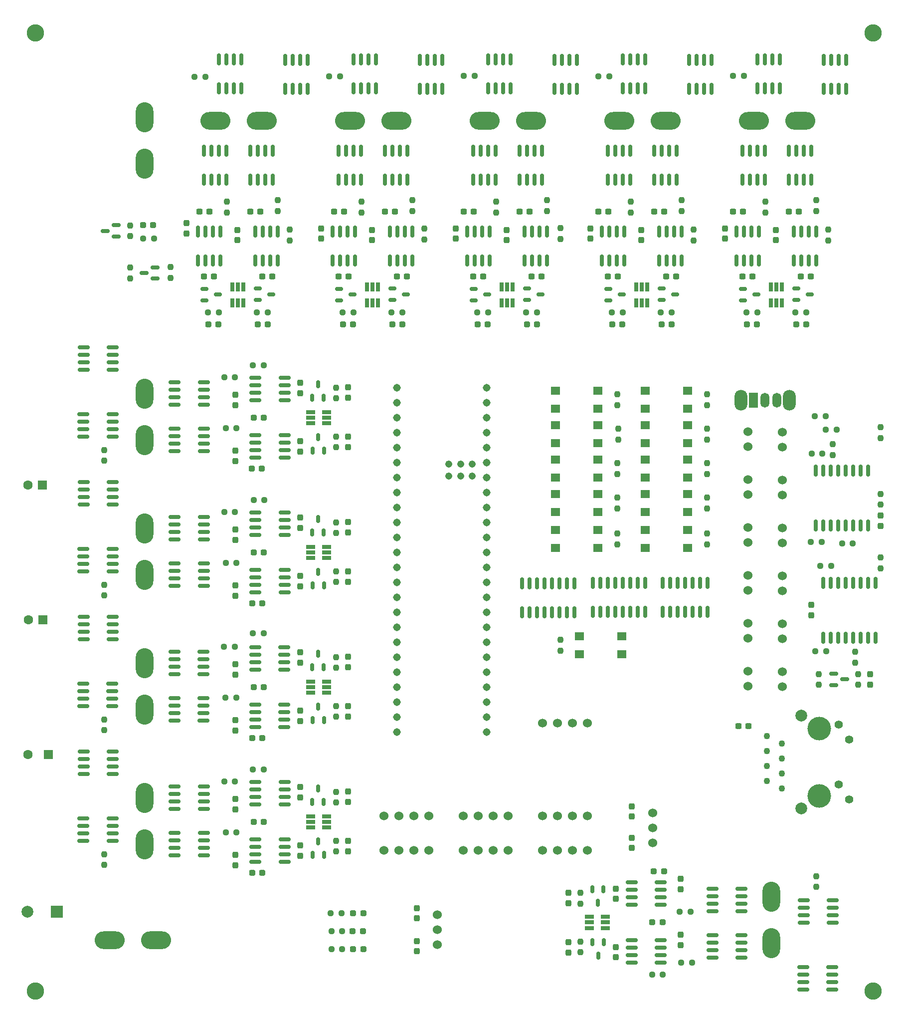
<source format=gts>
G04 #@! TF.GenerationSoftware,KiCad,Pcbnew,7.0.7*
G04 #@! TF.CreationDate,2024-04-12T20:37:08-05:00*
G04 #@! TF.ProjectId,Armboard_Hardware,41726d62-6f61-4726-945f-486172647761,rev?*
G04 #@! TF.SameCoordinates,Original*
G04 #@! TF.FileFunction,Soldermask,Top*
G04 #@! TF.FilePolarity,Negative*
%FSLAX46Y46*%
G04 Gerber Fmt 4.6, Leading zero omitted, Abs format (unit mm)*
G04 Created by KiCad (PCBNEW 7.0.7) date 2024-04-12 20:37:08*
%MOMM*%
%LPD*%
G01*
G04 APERTURE LIST*
G04 Aperture macros list*
%AMRoundRect*
0 Rectangle with rounded corners*
0 $1 Rounding radius*
0 $2 $3 $4 $5 $6 $7 $8 $9 X,Y pos of 4 corners*
0 Add a 4 corners polygon primitive as box body*
4,1,4,$2,$3,$4,$5,$6,$7,$8,$9,$2,$3,0*
0 Add four circle primitives for the rounded corners*
1,1,$1+$1,$2,$3*
1,1,$1+$1,$4,$5*
1,1,$1+$1,$6,$7*
1,1,$1+$1,$8,$9*
0 Add four rect primitives between the rounded corners*
20,1,$1+$1,$2,$3,$4,$5,0*
20,1,$1+$1,$4,$5,$6,$7,0*
20,1,$1+$1,$6,$7,$8,$9,0*
20,1,$1+$1,$8,$9,$2,$3,0*%
G04 Aperture macros list end*
%ADD10C,1.524000*%
%ADD11RoundRect,0.150000X0.825000X0.150000X-0.825000X0.150000X-0.825000X-0.150000X0.825000X-0.150000X0*%
%ADD12RoundRect,0.150000X-0.512500X-0.150000X0.512500X-0.150000X0.512500X0.150000X-0.512500X0.150000X0*%
%ADD13RoundRect,0.150000X0.150000X-0.825000X0.150000X0.825000X-0.150000X0.825000X-0.150000X-0.825000X0*%
%ADD14RoundRect,0.237500X0.237500X-0.287500X0.237500X0.287500X-0.237500X0.287500X-0.237500X-0.287500X0*%
%ADD15RoundRect,0.237500X-0.250000X-0.237500X0.250000X-0.237500X0.250000X0.237500X-0.250000X0.237500X0*%
%ADD16RoundRect,0.237500X-0.287500X-0.237500X0.287500X-0.237500X0.287500X0.237500X-0.287500X0.237500X0*%
%ADD17RoundRect,0.237500X-0.300000X-0.237500X0.300000X-0.237500X0.300000X0.237500X-0.300000X0.237500X0*%
%ADD18RoundRect,0.237500X0.237500X-0.250000X0.237500X0.250000X-0.237500X0.250000X-0.237500X-0.250000X0*%
%ADD19RoundRect,0.237500X0.250000X0.237500X-0.250000X0.237500X-0.250000X-0.237500X0.250000X-0.237500X0*%
%ADD20R,0.650000X1.560000*%
%ADD21RoundRect,0.237500X0.287500X0.237500X-0.287500X0.237500X-0.287500X-0.237500X0.287500X-0.237500X0*%
%ADD22RoundRect,0.150000X0.150000X-0.875000X0.150000X0.875000X-0.150000X0.875000X-0.150000X-0.875000X0*%
%ADD23RoundRect,0.237500X0.237500X-0.300000X0.237500X0.300000X-0.237500X0.300000X-0.237500X-0.300000X0*%
%ADD24RoundRect,0.237500X-0.237500X0.250000X-0.237500X-0.250000X0.237500X-0.250000X0.237500X0.250000X0*%
%ADD25RoundRect,0.237500X-0.237500X0.300000X-0.237500X-0.300000X0.237500X-0.300000X0.237500X0.300000X0*%
%ADD26C,2.946400*%
%ADD27R,1.560000X0.650000*%
%ADD28RoundRect,0.150000X0.150000X-0.512500X0.150000X0.512500X-0.150000X0.512500X-0.150000X-0.512500X0*%
%ADD29R,1.600000X1.400000*%
%ADD30RoundRect,0.237500X-0.237500X0.287500X-0.237500X-0.287500X0.237500X-0.287500X0.237500X0.287500X0*%
%ADD31RoundRect,0.150000X-0.150000X0.512500X-0.150000X-0.512500X0.150000X-0.512500X0.150000X0.512500X0*%
%ADD32R,1.600000X1.600000*%
%ADD33C,1.600000*%
%ADD34RoundRect,0.150000X-0.825000X-0.150000X0.825000X-0.150000X0.825000X0.150000X-0.825000X0.150000X0*%
%ADD35C,1.100000*%
%ADD36C,1.400000*%
%ADD37C,4.000000*%
%ADD38C,2.000000*%
%ADD39RoundRect,0.150000X-0.150000X0.875000X-0.150000X-0.875000X0.150000X-0.875000X0.150000X0.875000X0*%
%ADD40RoundRect,0.150000X0.587500X0.150000X-0.587500X0.150000X-0.587500X-0.150000X0.587500X-0.150000X0*%
%ADD41R,2.000000X2.000000*%
%ADD42C,1.308000*%
%ADD43C,1.208000*%
%ADD44RoundRect,0.237500X0.300000X0.237500X-0.300000X0.237500X-0.300000X-0.237500X0.300000X-0.237500X0*%
%ADD45O,2.200000X3.500000*%
%ADD46R,1.500000X2.500000*%
%ADD47O,1.500000X2.500000*%
%ADD48RoundRect,0.150000X-0.587500X-0.150000X0.587500X-0.150000X0.587500X0.150000X-0.587500X0.150000X0*%
%ADD49RoundRect,0.150000X-0.150000X0.825000X-0.150000X-0.825000X0.150000X-0.825000X0.150000X0.825000X0*%
%ADD50O,3.000000X5.100000*%
%ADD51O,5.100000X3.000000*%
G04 APERTURE END LIST*
D10*
X87376000Y-155956000D03*
X89916000Y-155956000D03*
X92456000Y-155956000D03*
X94996000Y-155956000D03*
X94996000Y-155956000D03*
D11*
X70482000Y-153995000D03*
X70482000Y-152725000D03*
X70482000Y-151455000D03*
X70482000Y-150185000D03*
X65532000Y-150185000D03*
X65532000Y-151455000D03*
X65532000Y-152725000D03*
X65532000Y-153995000D03*
D10*
X154998305Y-107154000D03*
X154998305Y-109694000D03*
D12*
X157358500Y-66515200D03*
X157358500Y-68415200D03*
X159633500Y-67465200D03*
X102616000Y-66581200D03*
X102616000Y-68481200D03*
X104891000Y-67531200D03*
D13*
X133276380Y-48068200D03*
X134546380Y-48068200D03*
X135816380Y-48068200D03*
X137086380Y-48068200D03*
X137086380Y-43118200D03*
X135816380Y-43118200D03*
X134546380Y-43118200D03*
X133276380Y-43118200D03*
D14*
X81243000Y-107862380D03*
X81243000Y-106112380D03*
D12*
X79756000Y-66581200D03*
X79756000Y-68481200D03*
X82031000Y-67531200D03*
D15*
X146653880Y-30452000D03*
X148478880Y-30452000D03*
D16*
X148985000Y-72545200D03*
X150735000Y-72545200D03*
D17*
X133241880Y-53467200D03*
X134966880Y-53467200D03*
D18*
X117348000Y-58062500D03*
X117348000Y-56237500D03*
D17*
X146603380Y-53467200D03*
X148328380Y-53467200D03*
D18*
X162814000Y-58316500D03*
X162814000Y-56491500D03*
D19*
X62315500Y-158811000D03*
X60490500Y-158811000D03*
D20*
X107304880Y-68961200D03*
X108254880Y-68961200D03*
X109204880Y-68961200D03*
X109204880Y-66261200D03*
X108254880Y-66261200D03*
X107304880Y-66261200D03*
D21*
X66661000Y-97081380D03*
X64911000Y-97081380D03*
D15*
X103227380Y-70513200D03*
X105052380Y-70513200D03*
D22*
X161983305Y-125774000D03*
X163253305Y-125774000D03*
X164523305Y-125774000D03*
X165793305Y-125774000D03*
X167063305Y-125774000D03*
X168333305Y-125774000D03*
X169603305Y-125774000D03*
X170873305Y-125774000D03*
X170873305Y-116474000D03*
X169603305Y-116474000D03*
X168333305Y-116474000D03*
X167063305Y-116474000D03*
X165793305Y-116474000D03*
X164523305Y-116474000D03*
X163253305Y-116474000D03*
X161983305Y-116474000D03*
D23*
X73152000Y-107088000D03*
X73152000Y-105363000D03*
D21*
X83795000Y-175538500D03*
X82045000Y-175538500D03*
D14*
X99567880Y-58039200D03*
X99567880Y-56289200D03*
D10*
X149156305Y-125823000D03*
X149156305Y-123283000D03*
D14*
X81243000Y-93384380D03*
X81243000Y-91634380D03*
D24*
X142216000Y-90297500D03*
X142216000Y-92122500D03*
D14*
X85343880Y-58293200D03*
X85343880Y-56543200D03*
D15*
X57507500Y-70513200D03*
X59332500Y-70513200D03*
D14*
X81243000Y-85002380D03*
X81243000Y-83252380D03*
D23*
X62150800Y-131987500D03*
X62150800Y-130262500D03*
D10*
X154998305Y-123410000D03*
X154998305Y-125950000D03*
D25*
X126746000Y-168301500D03*
X126746000Y-170026500D03*
D10*
X154998305Y-115282000D03*
X154998305Y-117822000D03*
D26*
X28194000Y-185674000D03*
D15*
X165162805Y-109752000D03*
X166987805Y-109752000D03*
D10*
X100838000Y-155956000D03*
X103378000Y-155956000D03*
X105918000Y-155956000D03*
X108458000Y-155956000D03*
X108458000Y-155956000D03*
D27*
X77659000Y-89344500D03*
X77659000Y-88394500D03*
X77659000Y-87444500D03*
X74959000Y-87444500D03*
X74959000Y-88394500D03*
X74959000Y-89344500D03*
D10*
X132969000Y-160528000D03*
X132969000Y-157988000D03*
X132969000Y-155448000D03*
D17*
X100883380Y-53467200D03*
X102608380Y-53467200D03*
D23*
X62165000Y-164346000D03*
X62165000Y-162621000D03*
D28*
X75213000Y-85010880D03*
X77113000Y-85010880D03*
X76163000Y-82735880D03*
D16*
X46447500Y-55692000D03*
X48197500Y-55692000D03*
D13*
X55745500Y-61784200D03*
X57015500Y-61784200D03*
X58285500Y-61784200D03*
X59555500Y-61784200D03*
X59555500Y-56834200D03*
X58285500Y-56834200D03*
X57015500Y-56834200D03*
X55745500Y-56834200D03*
D14*
X122427880Y-58039200D03*
X122427880Y-56289200D03*
D23*
X73137800Y-129948000D03*
X73137800Y-128223000D03*
D14*
X81228800Y-130722380D03*
X81228800Y-128972380D03*
D16*
X132907000Y-173990000D03*
X134657000Y-173990000D03*
D15*
X80367380Y-70513200D03*
X82192380Y-70513200D03*
D13*
X162044380Y-32639200D03*
X163314380Y-32639200D03*
X164584380Y-32639200D03*
X165854380Y-32639200D03*
X165854380Y-27689200D03*
X164584380Y-27689200D03*
X163314380Y-27689200D03*
X162044380Y-27689200D03*
D17*
X66701500Y-64454200D03*
X68426500Y-64454200D03*
D21*
X66991000Y-111305500D03*
X65241000Y-111305500D03*
D13*
X156136380Y-48068200D03*
X157406380Y-48068200D03*
X158676380Y-48068200D03*
X159946380Y-48068200D03*
X159946380Y-43118200D03*
X158676380Y-43118200D03*
X157406380Y-43118200D03*
X156136380Y-43118200D03*
D15*
X162409500Y-90424000D03*
X164234500Y-90424000D03*
D13*
X105021380Y-32574200D03*
X106291380Y-32574200D03*
X107561380Y-32574200D03*
X108831380Y-32574200D03*
X108831380Y-27624200D03*
X107561380Y-27624200D03*
X106291380Y-27624200D03*
X105021380Y-27624200D03*
D14*
X81243000Y-116244380D03*
X81243000Y-114494380D03*
D18*
X69334500Y-53363700D03*
X69334500Y-51538700D03*
D13*
X134094380Y-61784200D03*
X135364380Y-61784200D03*
X136634380Y-61784200D03*
X137904380Y-61784200D03*
X137904380Y-56834200D03*
X136634380Y-56834200D03*
X135364380Y-56834200D03*
X134094380Y-56834200D03*
D17*
X123743380Y-53467200D03*
X125468380Y-53467200D03*
D11*
X70482000Y-118044000D03*
X70482000Y-116774000D03*
X70482000Y-115504000D03*
X70482000Y-114234000D03*
X65532000Y-114234000D03*
X65532000Y-115504000D03*
X65532000Y-116774000D03*
X65532000Y-118044000D03*
X41272000Y-160208000D03*
X41272000Y-158938000D03*
X41272000Y-157668000D03*
X41272000Y-156398000D03*
X36322000Y-156398000D03*
X36322000Y-157668000D03*
X36322000Y-158938000D03*
X36322000Y-160208000D03*
D13*
X56822500Y-48068200D03*
X58092500Y-48068200D03*
X59362500Y-48068200D03*
X60632500Y-48068200D03*
X60632500Y-43118200D03*
X59362500Y-43118200D03*
X58092500Y-43118200D03*
X56822500Y-43118200D03*
X124325380Y-61784200D03*
X125595380Y-61784200D03*
X126865380Y-61784200D03*
X128135380Y-61784200D03*
X128135380Y-56834200D03*
X126865380Y-56834200D03*
X125595380Y-56834200D03*
X124325380Y-56834200D03*
D29*
X131758000Y-83868000D03*
X138958000Y-83868000D03*
X131758000Y-86868000D03*
X138958000Y-86868000D03*
D25*
X92964000Y-171603500D03*
X92964000Y-173328500D03*
D15*
X78341250Y-172490500D03*
X80166250Y-172490500D03*
D18*
X152138380Y-53617700D03*
X152138380Y-51792700D03*
D30*
X169905805Y-131970500D03*
X169905805Y-133720500D03*
D13*
X93464380Y-32639200D03*
X94734380Y-32639200D03*
X96004380Y-32639200D03*
X97274380Y-32639200D03*
X97274380Y-27689200D03*
X96004380Y-27689200D03*
X94734380Y-27689200D03*
X93464380Y-27689200D03*
D31*
X124619000Y-168402120D03*
X122719000Y-168402120D03*
X123669000Y-170677120D03*
D18*
X83558380Y-53617700D03*
X83558380Y-51792700D03*
D30*
X118655000Y-177433120D03*
X118655000Y-179183120D03*
D18*
X117324000Y-127936500D03*
X117324000Y-126111500D03*
D12*
X56896000Y-66581200D03*
X56896000Y-68481200D03*
X59171000Y-67531200D03*
D14*
X131063880Y-58293200D03*
X131063880Y-56543200D03*
D18*
X94234000Y-58166000D03*
X94234000Y-56341000D03*
D32*
X30424000Y-145542000D03*
D33*
X26924000Y-145542000D03*
D11*
X41257800Y-137348000D03*
X41257800Y-136078000D03*
X41257800Y-134808000D03*
X41257800Y-133538000D03*
X36307800Y-133538000D03*
X36307800Y-134808000D03*
X36307800Y-136078000D03*
X36307800Y-137348000D03*
D24*
X167873805Y-131895500D03*
X167873805Y-133720500D03*
D18*
X115054380Y-53363700D03*
X115054380Y-51538700D03*
D17*
X56795500Y-64454200D03*
X58520500Y-64454200D03*
X158141380Y-64454200D03*
X159866380Y-64454200D03*
D12*
X88778500Y-66515200D03*
X88778500Y-68415200D03*
X91053500Y-67465200D03*
D18*
X79211000Y-116282000D03*
X79211000Y-114457000D03*
D17*
X89561380Y-64454200D03*
X91286380Y-64454200D03*
D12*
X148336000Y-66581200D03*
X148336000Y-68481200D03*
X150611000Y-67531200D03*
D19*
X90470880Y-70513200D03*
X88645880Y-70513200D03*
D15*
X137836500Y-180840500D03*
X139661500Y-180840500D03*
D34*
X158626000Y-170299380D03*
X158626000Y-171569380D03*
X158626000Y-172839380D03*
X158626000Y-174109380D03*
X163576000Y-174109380D03*
X163576000Y-172839380D03*
X163576000Y-171569380D03*
X163576000Y-170299380D03*
D18*
X60698500Y-53617700D03*
X60698500Y-51792700D03*
D16*
X57545000Y-72545200D03*
X59295000Y-72545200D03*
D13*
X88374380Y-61784200D03*
X89644380Y-61784200D03*
X90914380Y-61784200D03*
X92184380Y-61784200D03*
X92184380Y-56834200D03*
X90914380Y-56834200D03*
X89644380Y-56834200D03*
X88374380Y-56834200D03*
D11*
X56751800Y-131953000D03*
X56751800Y-130683000D03*
X56751800Y-129413000D03*
X56751800Y-128143000D03*
X51801800Y-128143000D03*
X51801800Y-129413000D03*
X51801800Y-130683000D03*
X51801800Y-131953000D03*
D23*
X73152000Y-94134000D03*
X73152000Y-92409000D03*
D27*
X77659000Y-157924500D03*
X77659000Y-156974500D03*
X77659000Y-156024500D03*
X74959000Y-156024500D03*
X74959000Y-156974500D03*
X74959000Y-157924500D03*
D12*
X111638500Y-66515200D03*
X111638500Y-68415200D03*
X113913500Y-67465200D03*
D29*
X116518000Y-95552000D03*
X123718000Y-95552000D03*
X116518000Y-98552000D03*
X123718000Y-98552000D03*
D24*
X161218055Y-131895500D03*
X161218055Y-133720500D03*
D14*
X81243000Y-153582380D03*
X81243000Y-151832380D03*
D15*
X160528000Y-88138000D03*
X162353000Y-88138000D03*
D28*
X75198800Y-130730880D03*
X77098800Y-130730880D03*
X76148800Y-128455880D03*
D13*
X111234380Y-61784200D03*
X112504380Y-61784200D03*
X113774380Y-61784200D03*
X115044380Y-61784200D03*
X115044380Y-56834200D03*
X113774380Y-56834200D03*
X112504380Y-56834200D03*
X111234380Y-56834200D03*
D28*
X75213000Y-107870880D03*
X77113000Y-107870880D03*
X76163000Y-105595880D03*
D29*
X116518000Y-89710000D03*
X123718000Y-89710000D03*
X116518000Y-92710000D03*
X123718000Y-92710000D03*
D18*
X71374000Y-58316500D03*
X71374000Y-56491500D03*
D14*
X81243000Y-161964380D03*
X81243000Y-160214380D03*
D13*
X59301500Y-32574200D03*
X60571500Y-32574200D03*
X61841500Y-32574200D03*
X63111500Y-32574200D03*
X63111500Y-27624200D03*
X61841500Y-27624200D03*
X60571500Y-27624200D03*
X59301500Y-27624200D03*
D18*
X51132500Y-64666500D03*
X51132500Y-62841500D03*
D12*
X125476000Y-66581200D03*
X125476000Y-68481200D03*
X127751000Y-67531200D03*
D18*
X171704000Y-103170500D03*
X171704000Y-101345500D03*
D24*
X126976000Y-108077500D03*
X126976000Y-109902500D03*
D21*
X66722800Y-142801500D03*
X64972800Y-142801500D03*
D29*
X116518000Y-107490000D03*
X123718000Y-107490000D03*
X116518000Y-110490000D03*
X123718000Y-110490000D03*
D19*
X62061500Y-81595000D03*
X60236500Y-81595000D03*
D28*
X75264800Y-139753380D03*
X77164800Y-139753380D03*
X76214800Y-137478380D03*
X75279000Y-162613380D03*
X77179000Y-162613380D03*
X76229000Y-160338380D03*
D10*
X114300000Y-140208000D03*
X116840000Y-140208000D03*
X119380000Y-140208000D03*
X121920000Y-140208000D03*
X121920000Y-140208000D03*
D17*
X156101880Y-53467200D03*
X157826880Y-53467200D03*
D31*
X124685000Y-177424620D03*
X122785000Y-177424620D03*
X123735000Y-179699620D03*
D11*
X56751800Y-139827000D03*
X56751800Y-138557000D03*
X56751800Y-137287000D03*
X56751800Y-136017000D03*
X51801800Y-136017000D03*
X51801800Y-137287000D03*
X51801800Y-138557000D03*
X51801800Y-139827000D03*
D15*
X132883700Y-182880120D03*
X134708700Y-182880120D03*
D35*
X154911305Y-151281000D03*
X152371305Y-150011000D03*
X154911305Y-148741000D03*
X152371305Y-147471000D03*
X154911305Y-146201000D03*
X152371305Y-144931000D03*
X154911305Y-143661000D03*
X152371305Y-142391000D03*
D36*
X166341305Y-153161000D03*
X164551305Y-150621000D03*
X166341305Y-143051000D03*
X164551305Y-140511000D03*
D37*
X161261305Y-152551000D03*
X161261305Y-141121000D03*
D38*
X158211305Y-154711000D03*
X158211305Y-138961000D03*
D13*
X125402380Y-48068200D03*
X126672380Y-48068200D03*
X127942380Y-48068200D03*
X129212380Y-48068200D03*
X129212380Y-43118200D03*
X127942380Y-43118200D03*
X126672380Y-43118200D03*
X125402380Y-43118200D03*
X70604500Y-32639200D03*
X71874500Y-32639200D03*
X73144500Y-32639200D03*
X74414500Y-32639200D03*
X74414500Y-27689200D03*
X73144500Y-27689200D03*
X71874500Y-27689200D03*
X70604500Y-27689200D03*
D28*
X75279000Y-116893380D03*
X77179000Y-116893380D03*
X76229000Y-114618380D03*
D15*
X78451500Y-178576500D03*
X80276500Y-178576500D03*
D12*
X65918500Y-66515200D03*
X65918500Y-68415200D03*
X68193500Y-67465200D03*
D18*
X137914380Y-53363700D03*
X137914380Y-51538700D03*
D24*
X44274500Y-55795500D03*
X44274500Y-57620500D03*
D18*
X39878000Y-141435500D03*
X39878000Y-139610500D03*
D11*
X41337000Y-148905000D03*
X41337000Y-147635000D03*
X41337000Y-146365000D03*
X41337000Y-145095000D03*
X36387000Y-145095000D03*
X36387000Y-146365000D03*
X36387000Y-147635000D03*
X36387000Y-148905000D03*
D39*
X169603305Y-97424000D03*
X168333305Y-97424000D03*
X167063305Y-97424000D03*
X165793305Y-97424000D03*
X164523305Y-97424000D03*
X163253305Y-97424000D03*
X161983305Y-97424000D03*
X160713305Y-97424000D03*
X160713305Y-106724000D03*
X161983305Y-106724000D03*
X163253305Y-106724000D03*
X164523305Y-106724000D03*
X165793305Y-106724000D03*
X167063305Y-106724000D03*
X168333305Y-106724000D03*
X169603305Y-106724000D03*
D21*
X136257000Y-72545200D03*
X134507000Y-72545200D03*
D11*
X70482000Y-85415000D03*
X70482000Y-84145000D03*
X70482000Y-82875000D03*
X70482000Y-81605000D03*
X65532000Y-81605000D03*
X65532000Y-82875000D03*
X65532000Y-84145000D03*
X65532000Y-85415000D03*
D17*
X78886000Y-53467200D03*
X80611000Y-53467200D03*
D11*
X56766000Y-162687000D03*
X56766000Y-161417000D03*
X56766000Y-160147000D03*
X56766000Y-158877000D03*
X51816000Y-158877000D03*
X51816000Y-160147000D03*
X51816000Y-161417000D03*
X51816000Y-162687000D03*
D19*
X67056000Y-102415380D03*
X65231000Y-102415380D03*
D18*
X79211000Y-108003500D03*
X79211000Y-106178500D03*
D20*
X130164880Y-68961200D03*
X131114880Y-68961200D03*
X132064880Y-68961200D03*
X132064880Y-66261200D03*
X131114880Y-66261200D03*
X130164880Y-66261200D03*
D18*
X92194380Y-53363700D03*
X92194380Y-51538700D03*
D19*
X62315500Y-113091000D03*
X60490500Y-113091000D03*
D11*
X56766000Y-86233000D03*
X56766000Y-84963000D03*
X56766000Y-83693000D03*
X56766000Y-82423000D03*
X51816000Y-82423000D03*
X51816000Y-83693000D03*
X51816000Y-84963000D03*
X51816000Y-86233000D03*
D15*
X161456305Y-113562000D03*
X163281305Y-113562000D03*
D11*
X56766000Y-116967000D03*
X56766000Y-115697000D03*
X56766000Y-114427000D03*
X56766000Y-113157000D03*
X51816000Y-113157000D03*
X51816000Y-114427000D03*
X51816000Y-115697000D03*
X51816000Y-116967000D03*
X70482000Y-95184000D03*
X70482000Y-93914000D03*
X70482000Y-92644000D03*
X70482000Y-91374000D03*
X65532000Y-91374000D03*
X65532000Y-92644000D03*
X65532000Y-93914000D03*
X65532000Y-95184000D03*
D19*
X66952500Y-125021380D03*
X65127500Y-125021380D03*
D17*
X148235380Y-64454200D03*
X149960380Y-64454200D03*
D14*
X81228800Y-139104380D03*
X81228800Y-137354380D03*
D15*
X134365880Y-70513200D03*
X136190880Y-70513200D03*
D17*
X135281380Y-64454200D03*
X137006380Y-64454200D03*
D24*
X127186000Y-90273500D03*
X127186000Y-92098500D03*
X160748200Y-166211880D03*
X160748200Y-168036880D03*
D10*
X121920000Y-161798000D03*
X119380000Y-161798000D03*
X116840000Y-161798000D03*
X114300000Y-161798000D03*
X114300000Y-161798000D03*
D13*
X127881380Y-32574200D03*
X129151380Y-32574200D03*
X130421380Y-32574200D03*
X131691380Y-32574200D03*
X131691380Y-27624200D03*
X130421380Y-27624200D03*
X129151380Y-27624200D03*
X127881380Y-27624200D03*
D14*
X153923880Y-58293200D03*
X153923880Y-56543200D03*
D26*
X28194000Y-23114000D03*
D24*
X126976000Y-96139500D03*
X126976000Y-97964500D03*
D21*
X83867750Y-172490500D03*
X82117750Y-172490500D03*
D25*
X129413000Y-154331500D03*
X129413000Y-156056500D03*
D19*
X62315500Y-90231000D03*
X60490500Y-90231000D03*
D15*
X46513500Y-57978000D03*
X48338500Y-57978000D03*
D19*
X67611000Y-70513200D03*
X65786000Y-70513200D03*
D23*
X62165000Y-95766000D03*
X62165000Y-94041000D03*
D19*
X62061500Y-150175000D03*
X60236500Y-150175000D03*
D21*
X90537000Y-72545200D03*
X88787000Y-72545200D03*
D25*
X137733000Y-166669500D03*
X137733000Y-168394500D03*
D15*
X159973000Y-94488000D03*
X161798000Y-94488000D03*
D23*
X73152000Y-116994000D03*
X73152000Y-115269000D03*
X62150800Y-141486000D03*
X62150800Y-139761000D03*
D18*
X79211000Y-85143500D03*
X79211000Y-83318500D03*
D23*
X171709305Y-106748700D03*
X171709305Y-105023700D03*
D25*
X159951305Y-120183500D03*
X159951305Y-121908500D03*
D15*
X55214000Y-30593000D03*
X57039000Y-30593000D03*
D16*
X103265000Y-72545200D03*
X105015000Y-72545200D03*
D10*
X149156305Y-133951000D03*
X149156305Y-131411000D03*
D17*
X125375380Y-64454200D03*
X127100380Y-64454200D03*
D40*
X41910000Y-57658000D03*
X41910000Y-55758000D03*
X40035000Y-56708000D03*
D13*
X148262380Y-48068200D03*
X149532380Y-48068200D03*
X150802380Y-48068200D03*
X152072380Y-48068200D03*
X152072380Y-43118200D03*
X150802380Y-43118200D03*
X149532380Y-43118200D03*
X148262380Y-43118200D03*
D10*
X154998305Y-99026000D03*
X154998305Y-101566000D03*
D18*
X163576000Y-94742000D03*
X163576000Y-92917000D03*
D41*
X31831677Y-172212000D03*
D38*
X26831677Y-172212000D03*
D32*
X29376380Y-99822000D03*
D33*
X26876380Y-99822000D03*
D18*
X167386000Y-129944500D03*
X167386000Y-128119500D03*
D29*
X131758000Y-89710000D03*
X138958000Y-89710000D03*
X131758000Y-92710000D03*
X138958000Y-92710000D03*
D11*
X70482000Y-163764000D03*
X70482000Y-162494000D03*
X70482000Y-161224000D03*
X70482000Y-159954000D03*
X65532000Y-159954000D03*
X65532000Y-161224000D03*
X65532000Y-162494000D03*
X65532000Y-163764000D03*
D19*
X66952500Y-148135380D03*
X65127500Y-148135380D03*
D28*
X75279000Y-94033380D03*
X77179000Y-94033380D03*
X76229000Y-91758380D03*
D17*
X56026000Y-53467200D03*
X57751000Y-53467200D03*
D23*
X73152000Y-162714000D03*
X73152000Y-160989000D03*
D18*
X171704000Y-91844500D03*
X171704000Y-90019500D03*
D17*
X112421380Y-64454200D03*
X114146380Y-64454200D03*
D24*
X142216000Y-108077500D03*
X142216000Y-109902500D03*
D23*
X62165000Y-118626000D03*
X62165000Y-116901000D03*
X92964000Y-178916500D03*
X92964000Y-177191500D03*
D11*
X70467800Y-140904000D03*
X70467800Y-139634000D03*
X70467800Y-138364000D03*
X70467800Y-137094000D03*
X65517800Y-137094000D03*
X65517800Y-138364000D03*
X65517800Y-139634000D03*
X65517800Y-140904000D03*
D29*
X131758000Y-101394000D03*
X138958000Y-101394000D03*
X131758000Y-104394000D03*
X138958000Y-104394000D03*
D18*
X129278380Y-53617700D03*
X129278380Y-51792700D03*
X79211000Y-93422000D03*
X79211000Y-91597000D03*
D17*
X110381880Y-53467200D03*
X112106880Y-53467200D03*
D18*
X79211000Y-162002000D03*
X79211000Y-160177000D03*
D16*
X133161000Y-165354000D03*
X134911000Y-165354000D03*
D11*
X41272000Y-114488000D03*
X41272000Y-113218000D03*
X41272000Y-111948000D03*
X41272000Y-110678000D03*
X36322000Y-110678000D03*
X36322000Y-111948000D03*
X36322000Y-113218000D03*
X36322000Y-114488000D03*
D13*
X82161380Y-32574200D03*
X83431380Y-32574200D03*
X84701380Y-32574200D03*
X85971380Y-32574200D03*
X85971380Y-27624200D03*
X84701380Y-27624200D03*
X83431380Y-27624200D03*
X82161380Y-27624200D03*
D10*
X108458000Y-161798000D03*
X105918000Y-161798000D03*
X103378000Y-161798000D03*
X100838000Y-161798000D03*
X100838000Y-161798000D03*
D24*
X126976000Y-101981500D03*
X126976000Y-103806500D03*
X44274500Y-62945000D03*
X44274500Y-64770000D03*
D21*
X66991000Y-157025500D03*
X65241000Y-157025500D03*
D13*
X65514500Y-61784200D03*
X66784500Y-61784200D03*
X68054500Y-61784200D03*
X69324500Y-61784200D03*
X69324500Y-56834200D03*
X68054500Y-56834200D03*
X66784500Y-56834200D03*
X65514500Y-56834200D03*
D18*
X39878000Y-95715500D03*
X39878000Y-93890500D03*
D10*
X149156305Y-101439000D03*
X149156305Y-98899000D03*
D15*
X78451500Y-175548500D03*
X80276500Y-175548500D03*
D23*
X62165000Y-154847500D03*
X62165000Y-153122500D03*
D11*
X41272000Y-91628000D03*
X41272000Y-90358000D03*
X41272000Y-89088000D03*
X41272000Y-87818000D03*
X36322000Y-87818000D03*
X36322000Y-89088000D03*
X36322000Y-90358000D03*
X36322000Y-91628000D03*
D13*
X122881000Y-121371000D03*
X124151000Y-121371000D03*
X125421000Y-121371000D03*
X126691000Y-121371000D03*
X127961000Y-121371000D03*
X129231000Y-121371000D03*
X130501000Y-121371000D03*
X131771000Y-121371000D03*
X131771000Y-116421000D03*
X130501000Y-116421000D03*
X129231000Y-116421000D03*
X127961000Y-116421000D03*
X126691000Y-116421000D03*
X125421000Y-116421000D03*
X124151000Y-116421000D03*
X122881000Y-116421000D03*
D20*
X84444880Y-68961200D03*
X85394880Y-68961200D03*
X86344880Y-68961200D03*
X86344880Y-66261200D03*
X85394880Y-66261200D03*
X84444880Y-66261200D03*
D27*
X77644800Y-135064500D03*
X77644800Y-134114500D03*
X77644800Y-133164500D03*
X74944800Y-133164500D03*
X74944800Y-134114500D03*
X74944800Y-135064500D03*
D19*
X66952500Y-79555380D03*
X65127500Y-79555380D03*
D13*
X134692000Y-121371000D03*
X135962000Y-121371000D03*
X137232000Y-121371000D03*
X138502000Y-121371000D03*
X139772000Y-121371000D03*
X141042000Y-121371000D03*
X142312000Y-121371000D03*
X142312000Y-116421000D03*
X141042000Y-116421000D03*
X139772000Y-116421000D03*
X138502000Y-116421000D03*
X137232000Y-116421000D03*
X135962000Y-116421000D03*
X134692000Y-116421000D03*
D19*
X113330880Y-70513200D03*
X111505880Y-70513200D03*
D10*
X149156305Y-109567000D03*
X149156305Y-107027000D03*
D11*
X41337000Y-103185000D03*
X41337000Y-101915000D03*
X41337000Y-100645000D03*
X41337000Y-99375000D03*
X36387000Y-99375000D03*
X36387000Y-100645000D03*
X36387000Y-101915000D03*
X36387000Y-103185000D03*
X56766000Y-94107000D03*
X56766000Y-92837000D03*
X56766000Y-91567000D03*
X56766000Y-90297000D03*
X51816000Y-90297000D03*
X51816000Y-91567000D03*
X51816000Y-92837000D03*
X51816000Y-94107000D03*
D32*
X29464000Y-122682000D03*
D33*
X26964000Y-122682000D03*
D21*
X67677000Y-72545200D03*
X65927000Y-72545200D03*
D24*
X142216000Y-84455500D03*
X142216000Y-86280500D03*
D29*
X131758000Y-95552000D03*
X138958000Y-95552000D03*
X131758000Y-98552000D03*
X138958000Y-98552000D03*
D23*
X73152000Y-84228000D03*
X73152000Y-82503000D03*
D20*
X61585000Y-68961200D03*
X62535000Y-68961200D03*
X63485000Y-68961200D03*
X63485000Y-66261200D03*
X62535000Y-66261200D03*
X61585000Y-66261200D03*
D13*
X116324380Y-32639200D03*
X117594380Y-32639200D03*
X118864380Y-32639200D03*
X120134380Y-32639200D03*
X120134380Y-27689200D03*
X118864380Y-27689200D03*
X117594380Y-27689200D03*
X116324380Y-27689200D03*
D19*
X161694500Y-109474000D03*
X159869500Y-109474000D03*
D10*
X96393000Y-177800000D03*
X96393000Y-175260000D03*
X96393000Y-172720000D03*
D17*
X102515380Y-64454200D03*
X104240380Y-64454200D03*
D20*
X153024880Y-68961200D03*
X153974880Y-68961200D03*
X154924880Y-68961200D03*
X154924880Y-66261200D03*
X153974880Y-66261200D03*
X153024880Y-66261200D03*
D25*
X137733000Y-176168000D03*
X137733000Y-177893000D03*
D24*
X120687000Y-177292000D03*
X120687000Y-179117000D03*
D12*
X134498500Y-66515200D03*
X134498500Y-68415200D03*
X136773500Y-67465200D03*
D29*
X131758000Y-107490000D03*
X138958000Y-107490000D03*
X131758000Y-110490000D03*
X138958000Y-110490000D03*
D13*
X139184380Y-32639200D03*
X140454380Y-32639200D03*
X141724380Y-32639200D03*
X142994380Y-32639200D03*
X142994380Y-27689200D03*
X141724380Y-27689200D03*
X140454380Y-27689200D03*
X139184380Y-27689200D03*
D11*
X56766000Y-154813000D03*
X56766000Y-153543000D03*
X56766000Y-152273000D03*
X56766000Y-151003000D03*
X51816000Y-151003000D03*
X51816000Y-152273000D03*
X51816000Y-153543000D03*
X51816000Y-154813000D03*
D14*
X62484000Y-58293200D03*
X62484000Y-56543200D03*
D13*
X147185380Y-61784200D03*
X148455380Y-61784200D03*
X149725380Y-61784200D03*
X150995380Y-61784200D03*
X150995380Y-56834200D03*
X149725380Y-56834200D03*
X148455380Y-56834200D03*
X147185380Y-56834200D03*
D19*
X62047300Y-127315000D03*
X60222300Y-127315000D03*
D13*
X102542380Y-48068200D03*
X103812380Y-48068200D03*
X105082380Y-48068200D03*
X106352380Y-48068200D03*
X106352380Y-43118200D03*
X105082380Y-43118200D03*
X103812380Y-43118200D03*
X102542380Y-43118200D03*
D42*
X89594000Y-85876000D03*
X89594000Y-88416000D03*
X89594000Y-90956000D03*
X89594000Y-93496000D03*
X89594000Y-118896000D03*
X104834000Y-88416000D03*
X89594000Y-96036000D03*
X89594000Y-98576000D03*
X89594000Y-101116000D03*
X89594000Y-103656000D03*
X89594000Y-106196000D03*
X89594000Y-108736000D03*
X89594000Y-111276000D03*
X89594000Y-113816000D03*
X89594000Y-116356000D03*
X104834000Y-116356000D03*
X104834000Y-113816000D03*
X104834000Y-111276000D03*
X104834000Y-108736000D03*
X104834000Y-106196000D03*
X104834000Y-103656000D03*
X104834000Y-101116000D03*
X104834000Y-98576000D03*
X104834000Y-96036000D03*
X104834000Y-93496000D03*
X104834000Y-90956000D03*
X89594000Y-121436000D03*
X89594000Y-123976000D03*
X89594000Y-126516000D03*
X89594000Y-129056000D03*
X89594000Y-131596000D03*
X89594000Y-134136000D03*
X89594000Y-136676000D03*
X89594000Y-139216000D03*
X89594000Y-141756000D03*
X104834000Y-141756000D03*
X104834000Y-139216000D03*
X104834000Y-136676000D03*
X104834000Y-134136000D03*
X104834000Y-131596000D03*
X104834000Y-129056000D03*
X104834000Y-126516000D03*
X104834000Y-123976000D03*
X104834000Y-121436000D03*
X89594000Y-83336000D03*
X104834000Y-118896000D03*
X104834000Y-85876000D03*
D43*
X100384000Y-98306000D03*
X100384000Y-96306000D03*
X102384000Y-96306000D03*
X102384000Y-98306000D03*
X98384000Y-98306000D03*
X98384000Y-96306000D03*
D42*
X104834000Y-83336000D03*
D14*
X145287880Y-58039200D03*
X145287880Y-56289200D03*
D29*
X116518000Y-83868000D03*
X123718000Y-83868000D03*
X116518000Y-86868000D03*
X123718000Y-86868000D03*
D26*
X170434000Y-185674000D03*
D15*
X148947380Y-70513200D03*
X150772380Y-70513200D03*
D34*
X158561000Y-181602380D03*
X158561000Y-182872380D03*
X158561000Y-184142380D03*
X158561000Y-185412380D03*
X163511000Y-185412380D03*
X163511000Y-184142380D03*
X163511000Y-182872380D03*
X163511000Y-181602380D03*
D18*
X106418380Y-53617700D03*
X106418380Y-51792700D03*
D21*
X66991000Y-88445500D03*
X65241000Y-88445500D03*
D19*
X162456500Y-128016000D03*
X160631500Y-128016000D03*
D10*
X114300000Y-155956000D03*
X116840000Y-155956000D03*
X119380000Y-155956000D03*
X121920000Y-155956000D03*
X121920000Y-155956000D03*
D13*
X110416380Y-48068200D03*
X111686380Y-48068200D03*
X112956380Y-48068200D03*
X114226380Y-48068200D03*
X114226380Y-43118200D03*
X112956380Y-43118200D03*
X111686380Y-43118200D03*
X110416380Y-43118200D03*
D23*
X62165000Y-86267500D03*
X62165000Y-84542500D03*
D10*
X149156305Y-93311000D03*
X149156305Y-90771000D03*
D27*
X122239000Y-173091000D03*
X122239000Y-174041000D03*
X122239000Y-174991000D03*
X124939000Y-174991000D03*
X124939000Y-174041000D03*
X124939000Y-173091000D03*
D44*
X149258305Y-140740000D03*
X147533305Y-140740000D03*
D21*
X66737000Y-165661500D03*
X64987000Y-165661500D03*
X66976800Y-134165500D03*
X65226800Y-134165500D03*
D15*
X100933880Y-30452000D03*
X102758880Y-30452000D03*
D45*
X147977305Y-85437000D03*
X156177305Y-85437000D03*
D46*
X150077305Y-85437000D03*
D47*
X152077305Y-85437000D03*
X154077305Y-85437000D03*
D25*
X126746000Y-178207500D03*
X126746000Y-179932500D03*
D18*
X39878000Y-118575500D03*
X39878000Y-116750500D03*
D16*
X126125000Y-72545200D03*
X127875000Y-72545200D03*
D26*
X170434000Y-23114000D03*
D24*
X120687000Y-169013500D03*
X120687000Y-170838500D03*
D16*
X80405000Y-72545200D03*
X82155000Y-72545200D03*
D13*
X101465380Y-61784200D03*
X102735380Y-61784200D03*
X104005380Y-61784200D03*
X105275380Y-61784200D03*
X105275380Y-56834200D03*
X104005380Y-56834200D03*
X102735380Y-56834200D03*
X101465380Y-56834200D03*
D27*
X77659000Y-112204500D03*
X77659000Y-111254500D03*
X77659000Y-110304500D03*
X74959000Y-110304500D03*
X74959000Y-111254500D03*
X74959000Y-112204500D03*
D13*
X156954380Y-61784200D03*
X158224380Y-61784200D03*
X159494380Y-61784200D03*
X160764380Y-61784200D03*
X160764380Y-56834200D03*
X159494380Y-56834200D03*
X158224380Y-56834200D03*
X156954380Y-56834200D03*
D30*
X118655000Y-169051120D03*
X118655000Y-170801120D03*
D17*
X79655380Y-64454200D03*
X81380380Y-64454200D03*
D29*
X116518000Y-101394000D03*
X123718000Y-101394000D03*
X116518000Y-104394000D03*
X123718000Y-104394000D03*
D18*
X139954000Y-58316500D03*
X139954000Y-56491500D03*
D24*
X126976000Y-84455500D03*
X126976000Y-86280500D03*
X142216000Y-96139500D03*
X142216000Y-97964500D03*
D21*
X113397000Y-72545200D03*
X111647000Y-72545200D03*
D15*
X126087380Y-70513200D03*
X127912380Y-70513200D03*
D34*
X129416000Y-177020500D03*
X129416000Y-178290500D03*
X129416000Y-179560500D03*
X129416000Y-180830500D03*
X134366000Y-180830500D03*
X134366000Y-179560500D03*
X134366000Y-178290500D03*
X134366000Y-177020500D03*
D10*
X154998305Y-90898000D03*
X154998305Y-93438000D03*
D29*
X127782000Y-128524000D03*
X120582000Y-128524000D03*
X127782000Y-125524000D03*
X120582000Y-125524000D03*
D15*
X157225880Y-70513200D03*
X159050880Y-70513200D03*
D14*
X53848000Y-57164200D03*
X53848000Y-55414200D03*
D23*
X73137800Y-139854000D03*
X73137800Y-138129000D03*
D15*
X123793880Y-30480000D03*
X125618880Y-30480000D03*
D23*
X73152000Y-152808000D03*
X73152000Y-151083000D03*
D21*
X83853500Y-178586500D03*
X82103500Y-178586500D03*
D34*
X143132000Y-176202500D03*
X143132000Y-177472500D03*
X143132000Y-178742500D03*
X143132000Y-180012500D03*
X148082000Y-180012500D03*
X148082000Y-178742500D03*
X148082000Y-177472500D03*
X148082000Y-176202500D03*
D11*
X41337000Y-80325000D03*
X41337000Y-79055000D03*
X41337000Y-77785000D03*
X41337000Y-76515000D03*
X36387000Y-76515000D03*
X36387000Y-77785000D03*
X36387000Y-79055000D03*
X36387000Y-80325000D03*
D10*
X154998305Y-131538000D03*
X154998305Y-134078000D03*
D34*
X129416000Y-167251500D03*
X129416000Y-168521500D03*
X129416000Y-169791500D03*
X129416000Y-171061500D03*
X134366000Y-171061500D03*
X134366000Y-169791500D03*
X134366000Y-168521500D03*
X134366000Y-167251500D03*
D15*
X78073880Y-30480000D03*
X79898880Y-30480000D03*
D23*
X62165000Y-109127500D03*
X62165000Y-107402500D03*
D13*
X150741380Y-32574200D03*
X152011380Y-32574200D03*
X153281380Y-32574200D03*
X154551380Y-32574200D03*
X154551380Y-27624200D03*
X153281380Y-27624200D03*
X152011380Y-27624200D03*
X150741380Y-27624200D03*
D21*
X159117000Y-72545200D03*
X157367000Y-72545200D03*
X66737000Y-119941500D03*
X64987000Y-119941500D03*
D13*
X79682380Y-48068200D03*
X80952380Y-48068200D03*
X82222380Y-48068200D03*
X83492380Y-48068200D03*
X83492380Y-43118200D03*
X82222380Y-43118200D03*
X80952380Y-43118200D03*
X79682380Y-43118200D03*
D18*
X160774380Y-53363700D03*
X160774380Y-51538700D03*
X79196800Y-139142000D03*
X79196800Y-137317000D03*
D40*
X48514000Y-64807500D03*
X48514000Y-62907500D03*
X46639000Y-63857500D03*
D17*
X87521880Y-53467200D03*
X89246880Y-53467200D03*
D18*
X39878000Y-164295500D03*
X39878000Y-162470500D03*
D34*
X143132000Y-168328500D03*
X143132000Y-169598500D03*
X143132000Y-170868500D03*
X143132000Y-172138500D03*
X148082000Y-172138500D03*
X148082000Y-170868500D03*
X148082000Y-169598500D03*
X148082000Y-168328500D03*
D24*
X142216000Y-101981500D03*
X142216000Y-103806500D03*
D11*
X56766000Y-109093000D03*
X56766000Y-107823000D03*
X56766000Y-106553000D03*
X56766000Y-105283000D03*
X51816000Y-105283000D03*
X51816000Y-106553000D03*
X51816000Y-107823000D03*
X51816000Y-109093000D03*
D19*
X62061500Y-104455000D03*
X60236500Y-104455000D03*
D48*
X163712805Y-131858000D03*
X163712805Y-133758000D03*
X165587805Y-132808000D03*
D14*
X76707880Y-58039200D03*
X76707880Y-56289200D03*
D18*
X79211000Y-153723500D03*
X79211000Y-151898500D03*
D11*
X41322800Y-126045000D03*
X41322800Y-124775000D03*
X41322800Y-123505000D03*
X41322800Y-122235000D03*
X36372800Y-122235000D03*
X36372800Y-123505000D03*
X36372800Y-124775000D03*
X36372800Y-126045000D03*
D10*
X94996000Y-161798000D03*
X92456000Y-161798000D03*
X89916000Y-161798000D03*
X87376000Y-161798000D03*
X87376000Y-161798000D03*
D23*
X129413000Y-161390500D03*
X129413000Y-159665500D03*
D28*
X75213000Y-153590880D03*
X77113000Y-153590880D03*
X76163000Y-151315880D03*
D49*
X119737000Y-116499500D03*
X118467000Y-116499500D03*
X117197000Y-116499500D03*
X115927000Y-116499500D03*
X114657000Y-116499500D03*
X113387000Y-116499500D03*
X112117000Y-116499500D03*
X110847000Y-116499500D03*
X110847000Y-121449500D03*
X112117000Y-121449500D03*
X113387000Y-121449500D03*
X114657000Y-121449500D03*
X115927000Y-121449500D03*
X117197000Y-121449500D03*
X118467000Y-121449500D03*
X119737000Y-121449500D03*
D24*
X171704000Y-112117500D03*
X171704000Y-113942500D03*
D10*
X149156305Y-117695000D03*
X149156305Y-115155000D03*
D17*
X64662000Y-53467200D03*
X66387000Y-53467200D03*
D11*
X70467800Y-131135000D03*
X70467800Y-129865000D03*
X70467800Y-128595000D03*
X70467800Y-127325000D03*
X65517800Y-127325000D03*
X65517800Y-128595000D03*
X65517800Y-129865000D03*
X65517800Y-131135000D03*
D13*
X78605380Y-61784200D03*
X79875380Y-61784200D03*
X81145380Y-61784200D03*
X82415380Y-61784200D03*
X82415380Y-56834200D03*
X81145380Y-56834200D03*
X79875380Y-56834200D03*
X78605380Y-56834200D03*
D14*
X108203880Y-58293200D03*
X108203880Y-56543200D03*
D19*
X62301300Y-135951000D03*
X60476300Y-135951000D03*
D13*
X87556380Y-48068200D03*
X88826380Y-48068200D03*
X90096380Y-48068200D03*
X91366380Y-48068200D03*
X91366380Y-43118200D03*
X90096380Y-43118200D03*
X88826380Y-43118200D03*
X87556380Y-43118200D03*
D11*
X70482000Y-108275000D03*
X70482000Y-107005000D03*
X70482000Y-105735000D03*
X70482000Y-104465000D03*
X65532000Y-104465000D03*
X65532000Y-105735000D03*
X65532000Y-107005000D03*
X65532000Y-108275000D03*
D15*
X137582500Y-172204500D03*
X139407500Y-172204500D03*
D18*
X79196800Y-130863500D03*
X79196800Y-129038500D03*
D13*
X64696500Y-48068200D03*
X65966500Y-48068200D03*
X67236500Y-48068200D03*
X68506500Y-48068200D03*
X68506500Y-43118200D03*
X67236500Y-43118200D03*
X65966500Y-43118200D03*
X64696500Y-43118200D03*
D50*
X46733000Y-45339000D03*
X46733000Y-37465000D03*
X46718800Y-137922000D03*
X46718800Y-130048000D03*
X46733000Y-160782000D03*
X46733000Y-152908000D03*
D51*
X48641000Y-177102800D03*
X40767000Y-177102800D03*
X58727500Y-38035200D03*
X66601500Y-38035200D03*
D50*
X46733000Y-92202000D03*
X46733000Y-84328000D03*
X153165000Y-169725380D03*
X153165000Y-177599380D03*
X46733000Y-115062000D03*
X46733000Y-107188000D03*
D51*
X104447380Y-38035200D03*
X112321380Y-38035200D03*
X150167380Y-38035200D03*
X158041380Y-38035200D03*
X81587380Y-38035200D03*
X89461380Y-38035200D03*
X127307380Y-38035200D03*
X135181380Y-38035200D03*
M02*

</source>
